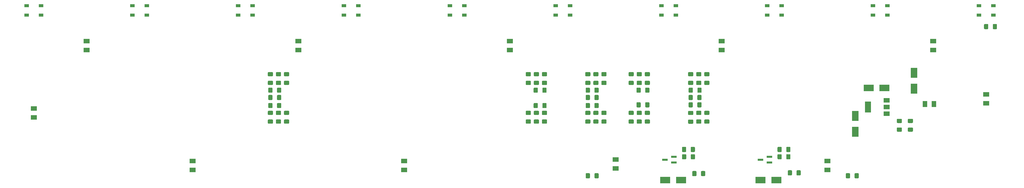
<source format=gbr>
%TF.GenerationSoftware,KiCad,Pcbnew,(5.1.6)-1*%
%TF.CreationDate,2021-09-29T15:37:12-07:00*%
%TF.ProjectId,NiCd Battery Shield - VP400KH,4e694364-2042-4617-9474-657279205368,1*%
%TF.SameCoordinates,Original*%
%TF.FileFunction,Paste,Top*%
%TF.FilePolarity,Positive*%
%FSLAX46Y46*%
G04 Gerber Fmt 4.6, Leading zero omitted, Abs format (unit mm)*
G04 Created by KiCad (PCBNEW (5.1.6)-1) date 2021-09-29 15:37:12*
%MOMM*%
%LPD*%
G01*
G04 APERTURE LIST*
%ADD10R,3.500000X2.300000*%
%ADD11R,1.500000X1.000000*%
%ADD12R,2.000000X1.520000*%
%ADD13R,1.520000X2.000000*%
%ADD14R,1.900000X0.800000*%
%ADD15R,2.300000X3.500000*%
%ADD16R,2.000000X3.800000*%
%ADD17R,2.000000X1.500000*%
G04 APERTURE END LIST*
D10*
%TO.C,D1*%
X342050000Y-154000000D03*
X347450000Y-154000000D03*
%TD*%
%TO.C,R47*%
G36*
G01*
X317512500Y-183625000D02*
X317512500Y-182375000D01*
G75*
G02*
X317762500Y-182125000I250000J0D01*
G01*
X318687500Y-182125000D01*
G75*
G02*
X318937500Y-182375000I0J-250000D01*
G01*
X318937500Y-183625000D01*
G75*
G02*
X318687500Y-183875000I-250000J0D01*
G01*
X317762500Y-183875000D01*
G75*
G02*
X317512500Y-183625000I0J250000D01*
G01*
G37*
G36*
G01*
X314537500Y-183625000D02*
X314537500Y-182375000D01*
G75*
G02*
X314787500Y-182125000I250000J0D01*
G01*
X315712500Y-182125000D01*
G75*
G02*
X315962500Y-182375000I0J-250000D01*
G01*
X315962500Y-183625000D01*
G75*
G02*
X315712500Y-183875000I-250000J0D01*
G01*
X314787500Y-183875000D01*
G75*
G02*
X314537500Y-183625000I0J250000D01*
G01*
G37*
%TD*%
%TO.C,C1*%
G36*
G01*
X283762500Y-157875000D02*
X283762500Y-156625000D01*
G75*
G02*
X284012500Y-156375000I250000J0D01*
G01*
X284937500Y-156375000D01*
G75*
G02*
X285187500Y-156625000I0J-250000D01*
G01*
X285187500Y-157875000D01*
G75*
G02*
X284937500Y-158125000I-250000J0D01*
G01*
X284012500Y-158125000D01*
G75*
G02*
X283762500Y-157875000I0J250000D01*
G01*
G37*
G36*
G01*
X280787500Y-157875000D02*
X280787500Y-156625000D01*
G75*
G02*
X281037500Y-156375000I250000J0D01*
G01*
X281962500Y-156375000D01*
G75*
G02*
X282212500Y-156625000I0J-250000D01*
G01*
X282212500Y-157875000D01*
G75*
G02*
X281962500Y-158125000I-250000J0D01*
G01*
X281037500Y-158125000D01*
G75*
G02*
X280787500Y-157875000I0J250000D01*
G01*
G37*
%TD*%
%TO.C,C2*%
G36*
G01*
X248762500Y-157875000D02*
X248762500Y-156625000D01*
G75*
G02*
X249012500Y-156375000I250000J0D01*
G01*
X249937500Y-156375000D01*
G75*
G02*
X250187500Y-156625000I0J-250000D01*
G01*
X250187500Y-157875000D01*
G75*
G02*
X249937500Y-158125000I-250000J0D01*
G01*
X249012500Y-158125000D01*
G75*
G02*
X248762500Y-157875000I0J250000D01*
G01*
G37*
G36*
G01*
X245787500Y-157875000D02*
X245787500Y-156625000D01*
G75*
G02*
X246037500Y-156375000I250000J0D01*
G01*
X246962500Y-156375000D01*
G75*
G02*
X247212500Y-156625000I0J-250000D01*
G01*
X247212500Y-157875000D01*
G75*
G02*
X246962500Y-158125000I-250000J0D01*
G01*
X246037500Y-158125000D01*
G75*
G02*
X245787500Y-157875000I0J250000D01*
G01*
G37*
%TD*%
%TO.C,C3*%
G36*
G01*
X140762500Y-157875000D02*
X140762500Y-156625000D01*
G75*
G02*
X141012500Y-156375000I250000J0D01*
G01*
X141937500Y-156375000D01*
G75*
G02*
X142187500Y-156625000I0J-250000D01*
G01*
X142187500Y-157875000D01*
G75*
G02*
X141937500Y-158125000I-250000J0D01*
G01*
X141012500Y-158125000D01*
G75*
G02*
X140762500Y-157875000I0J250000D01*
G01*
G37*
G36*
G01*
X137787500Y-157875000D02*
X137787500Y-156625000D01*
G75*
G02*
X138037500Y-156375000I250000J0D01*
G01*
X138962500Y-156375000D01*
G75*
G02*
X139212500Y-156625000I0J-250000D01*
G01*
X139212500Y-157875000D01*
G75*
G02*
X138962500Y-158125000I-250000J0D01*
G01*
X138037500Y-158125000D01*
G75*
G02*
X137787500Y-157875000I0J250000D01*
G01*
G37*
%TD*%
%TO.C,D6*%
X310650000Y-185500000D03*
X305250000Y-185500000D03*
%TD*%
D11*
%TO.C,D7*%
X379550000Y-125900000D03*
X379550000Y-129100000D03*
X384450000Y-125900000D03*
X384450000Y-129100000D03*
%TD*%
%TO.C,D8*%
X343550000Y-125900000D03*
X343550000Y-129100000D03*
X348450000Y-125900000D03*
X348450000Y-129100000D03*
%TD*%
%TO.C,D9*%
X307550000Y-125900000D03*
X307550000Y-129100000D03*
X312450000Y-125900000D03*
X312450000Y-129100000D03*
%TD*%
%TO.C,D10*%
X271550000Y-125900000D03*
X271550000Y-129100000D03*
X276450000Y-125900000D03*
X276450000Y-129100000D03*
%TD*%
%TO.C,D11*%
X235550000Y-125900000D03*
X235550000Y-129100000D03*
X240450000Y-125900000D03*
X240450000Y-129100000D03*
%TD*%
%TO.C,D12*%
X199550000Y-125900000D03*
X199550000Y-129100000D03*
X204450000Y-125900000D03*
X204450000Y-129100000D03*
%TD*%
%TO.C,D13*%
X163550000Y-125900000D03*
X163550000Y-129100000D03*
X168450000Y-125900000D03*
X168450000Y-129100000D03*
%TD*%
%TO.C,D14*%
X127550000Y-125900000D03*
X127550000Y-129100000D03*
X132450000Y-125900000D03*
X132450000Y-129100000D03*
%TD*%
%TO.C,D15*%
X91550000Y-125900000D03*
X91550000Y-129100000D03*
X96450000Y-125900000D03*
X96450000Y-129100000D03*
%TD*%
%TO.C,D16*%
X55550000Y-125900000D03*
X55550000Y-129100000D03*
X60450000Y-125900000D03*
X60450000Y-129100000D03*
%TD*%
D12*
%TO.C,F1*%
X382000000Y-156210000D03*
X382000000Y-159250000D03*
%TD*%
%TO.C,F2*%
X364000000Y-141040000D03*
X364000000Y-138000000D03*
%TD*%
%TO.C,F3*%
X328000000Y-178960000D03*
X328000000Y-182000000D03*
%TD*%
%TO.C,F4*%
X292000000Y-141040000D03*
X292000000Y-138000000D03*
%TD*%
%TO.C,F5*%
X256000000Y-178460000D03*
X256000000Y-181500000D03*
%TD*%
D13*
%TO.C,F12*%
X364270000Y-159500000D03*
X361230000Y-159500000D03*
%TD*%
D14*
%TO.C,Q1*%
X305250000Y-178500000D03*
X308250000Y-177550000D03*
X308250000Y-179450000D03*
%TD*%
%TO.C,R1*%
G36*
G01*
X283762500Y-160375000D02*
X283762500Y-159125000D01*
G75*
G02*
X284012500Y-158875000I250000J0D01*
G01*
X284937500Y-158875000D01*
G75*
G02*
X285187500Y-159125000I0J-250000D01*
G01*
X285187500Y-160375000D01*
G75*
G02*
X284937500Y-160625000I-250000J0D01*
G01*
X284012500Y-160625000D01*
G75*
G02*
X283762500Y-160375000I0J250000D01*
G01*
G37*
G36*
G01*
X280787500Y-160375000D02*
X280787500Y-159125000D01*
G75*
G02*
X281037500Y-158875000I250000J0D01*
G01*
X281962500Y-158875000D01*
G75*
G02*
X282212500Y-159125000I0J-250000D01*
G01*
X282212500Y-160375000D01*
G75*
G02*
X281962500Y-160625000I-250000J0D01*
G01*
X281037500Y-160625000D01*
G75*
G02*
X280787500Y-160375000I0J250000D01*
G01*
G37*
%TD*%
%TO.C,R2*%
G36*
G01*
X287625000Y-163212500D02*
X286375000Y-163212500D01*
G75*
G02*
X286125000Y-162962500I0J250000D01*
G01*
X286125000Y-162037500D01*
G75*
G02*
X286375000Y-161787500I250000J0D01*
G01*
X287625000Y-161787500D01*
G75*
G02*
X287875000Y-162037500I0J-250000D01*
G01*
X287875000Y-162962500D01*
G75*
G02*
X287625000Y-163212500I-250000J0D01*
G01*
G37*
G36*
G01*
X287625000Y-166187500D02*
X286375000Y-166187500D01*
G75*
G02*
X286125000Y-165937500I0J250000D01*
G01*
X286125000Y-165012500D01*
G75*
G02*
X286375000Y-164762500I250000J0D01*
G01*
X287625000Y-164762500D01*
G75*
G02*
X287875000Y-165012500I0J-250000D01*
G01*
X287875000Y-165937500D01*
G75*
G02*
X287625000Y-166187500I-250000J0D01*
G01*
G37*
%TD*%
%TO.C,R3*%
G36*
G01*
X284875000Y-163212500D02*
X283625000Y-163212500D01*
G75*
G02*
X283375000Y-162962500I0J250000D01*
G01*
X283375000Y-162037500D01*
G75*
G02*
X283625000Y-161787500I250000J0D01*
G01*
X284875000Y-161787500D01*
G75*
G02*
X285125000Y-162037500I0J-250000D01*
G01*
X285125000Y-162962500D01*
G75*
G02*
X284875000Y-163212500I-250000J0D01*
G01*
G37*
G36*
G01*
X284875000Y-166187500D02*
X283625000Y-166187500D01*
G75*
G02*
X283375000Y-165937500I0J250000D01*
G01*
X283375000Y-165012500D01*
G75*
G02*
X283625000Y-164762500I250000J0D01*
G01*
X284875000Y-164762500D01*
G75*
G02*
X285125000Y-165012500I0J-250000D01*
G01*
X285125000Y-165937500D01*
G75*
G02*
X284875000Y-166187500I-250000J0D01*
G01*
G37*
%TD*%
%TO.C,R4*%
G36*
G01*
X280875000Y-164787500D02*
X282125000Y-164787500D01*
G75*
G02*
X282375000Y-165037500I0J-250000D01*
G01*
X282375000Y-165962500D01*
G75*
G02*
X282125000Y-166212500I-250000J0D01*
G01*
X280875000Y-166212500D01*
G75*
G02*
X280625000Y-165962500I0J250000D01*
G01*
X280625000Y-165037500D01*
G75*
G02*
X280875000Y-164787500I250000J0D01*
G01*
G37*
G36*
G01*
X280875000Y-161812500D02*
X282125000Y-161812500D01*
G75*
G02*
X282375000Y-162062500I0J-250000D01*
G01*
X282375000Y-162987500D01*
G75*
G02*
X282125000Y-163237500I-250000J0D01*
G01*
X280875000Y-163237500D01*
G75*
G02*
X280625000Y-162987500I0J250000D01*
G01*
X280625000Y-162062500D01*
G75*
G02*
X280875000Y-161812500I250000J0D01*
G01*
G37*
%TD*%
%TO.C,R5*%
G36*
G01*
X283787500Y-155375000D02*
X283787500Y-154125000D01*
G75*
G02*
X284037500Y-153875000I250000J0D01*
G01*
X284962500Y-153875000D01*
G75*
G02*
X285212500Y-154125000I0J-250000D01*
G01*
X285212500Y-155375000D01*
G75*
G02*
X284962500Y-155625000I-250000J0D01*
G01*
X284037500Y-155625000D01*
G75*
G02*
X283787500Y-155375000I0J250000D01*
G01*
G37*
G36*
G01*
X280812500Y-155375000D02*
X280812500Y-154125000D01*
G75*
G02*
X281062500Y-153875000I250000J0D01*
G01*
X281987500Y-153875000D01*
G75*
G02*
X282237500Y-154125000I0J-250000D01*
G01*
X282237500Y-155375000D01*
G75*
G02*
X281987500Y-155625000I-250000J0D01*
G01*
X281062500Y-155625000D01*
G75*
G02*
X280812500Y-155375000I0J250000D01*
G01*
G37*
%TD*%
%TO.C,R6*%
G36*
G01*
X286375000Y-151537500D02*
X287625000Y-151537500D01*
G75*
G02*
X287875000Y-151787500I0J-250000D01*
G01*
X287875000Y-152712500D01*
G75*
G02*
X287625000Y-152962500I-250000J0D01*
G01*
X286375000Y-152962500D01*
G75*
G02*
X286125000Y-152712500I0J250000D01*
G01*
X286125000Y-151787500D01*
G75*
G02*
X286375000Y-151537500I250000J0D01*
G01*
G37*
G36*
G01*
X286375000Y-148562500D02*
X287625000Y-148562500D01*
G75*
G02*
X287875000Y-148812500I0J-250000D01*
G01*
X287875000Y-149737500D01*
G75*
G02*
X287625000Y-149987500I-250000J0D01*
G01*
X286375000Y-149987500D01*
G75*
G02*
X286125000Y-149737500I0J250000D01*
G01*
X286125000Y-148812500D01*
G75*
G02*
X286375000Y-148562500I250000J0D01*
G01*
G37*
%TD*%
%TO.C,R7*%
G36*
G01*
X283625000Y-151537500D02*
X284875000Y-151537500D01*
G75*
G02*
X285125000Y-151787500I0J-250000D01*
G01*
X285125000Y-152712500D01*
G75*
G02*
X284875000Y-152962500I-250000J0D01*
G01*
X283625000Y-152962500D01*
G75*
G02*
X283375000Y-152712500I0J250000D01*
G01*
X283375000Y-151787500D01*
G75*
G02*
X283625000Y-151537500I250000J0D01*
G01*
G37*
G36*
G01*
X283625000Y-148562500D02*
X284875000Y-148562500D01*
G75*
G02*
X285125000Y-148812500I0J-250000D01*
G01*
X285125000Y-149737500D01*
G75*
G02*
X284875000Y-149987500I-250000J0D01*
G01*
X283625000Y-149987500D01*
G75*
G02*
X283375000Y-149737500I0J250000D01*
G01*
X283375000Y-148812500D01*
G75*
G02*
X283625000Y-148562500I250000J0D01*
G01*
G37*
%TD*%
%TO.C,R8*%
G36*
G01*
X282125000Y-149987500D02*
X280875000Y-149987500D01*
G75*
G02*
X280625000Y-149737500I0J250000D01*
G01*
X280625000Y-148812500D01*
G75*
G02*
X280875000Y-148562500I250000J0D01*
G01*
X282125000Y-148562500D01*
G75*
G02*
X282375000Y-148812500I0J-250000D01*
G01*
X282375000Y-149737500D01*
G75*
G02*
X282125000Y-149987500I-250000J0D01*
G01*
G37*
G36*
G01*
X282125000Y-152962500D02*
X280875000Y-152962500D01*
G75*
G02*
X280625000Y-152712500I0J250000D01*
G01*
X280625000Y-151787500D01*
G75*
G02*
X280875000Y-151537500I250000J0D01*
G01*
X282125000Y-151537500D01*
G75*
G02*
X282375000Y-151787500I0J-250000D01*
G01*
X282375000Y-152712500D01*
G75*
G02*
X282125000Y-152962500I-250000J0D01*
G01*
G37*
%TD*%
%TO.C,R9*%
G36*
G01*
X264487500Y-154125000D02*
X264487500Y-155375000D01*
G75*
G02*
X264237500Y-155625000I-250000J0D01*
G01*
X263312500Y-155625000D01*
G75*
G02*
X263062500Y-155375000I0J250000D01*
G01*
X263062500Y-154125000D01*
G75*
G02*
X263312500Y-153875000I250000J0D01*
G01*
X264237500Y-153875000D01*
G75*
G02*
X264487500Y-154125000I0J-250000D01*
G01*
G37*
G36*
G01*
X267462500Y-154125000D02*
X267462500Y-155375000D01*
G75*
G02*
X267212500Y-155625000I-250000J0D01*
G01*
X266287500Y-155625000D01*
G75*
G02*
X266037500Y-155375000I0J250000D01*
G01*
X266037500Y-154125000D01*
G75*
G02*
X266287500Y-153875000I250000J0D01*
G01*
X267212500Y-153875000D01*
G75*
G02*
X267462500Y-154125000I0J-250000D01*
G01*
G37*
%TD*%
%TO.C,R10*%
G36*
G01*
X260625000Y-151537500D02*
X261875000Y-151537500D01*
G75*
G02*
X262125000Y-151787500I0J-250000D01*
G01*
X262125000Y-152712500D01*
G75*
G02*
X261875000Y-152962500I-250000J0D01*
G01*
X260625000Y-152962500D01*
G75*
G02*
X260375000Y-152712500I0J250000D01*
G01*
X260375000Y-151787500D01*
G75*
G02*
X260625000Y-151537500I250000J0D01*
G01*
G37*
G36*
G01*
X260625000Y-148562500D02*
X261875000Y-148562500D01*
G75*
G02*
X262125000Y-148812500I0J-250000D01*
G01*
X262125000Y-149737500D01*
G75*
G02*
X261875000Y-149987500I-250000J0D01*
G01*
X260625000Y-149987500D01*
G75*
G02*
X260375000Y-149737500I0J250000D01*
G01*
X260375000Y-148812500D01*
G75*
G02*
X260625000Y-148562500I250000J0D01*
G01*
G37*
%TD*%
%TO.C,R11*%
G36*
G01*
X263375000Y-151537500D02*
X264625000Y-151537500D01*
G75*
G02*
X264875000Y-151787500I0J-250000D01*
G01*
X264875000Y-152712500D01*
G75*
G02*
X264625000Y-152962500I-250000J0D01*
G01*
X263375000Y-152962500D01*
G75*
G02*
X263125000Y-152712500I0J250000D01*
G01*
X263125000Y-151787500D01*
G75*
G02*
X263375000Y-151537500I250000J0D01*
G01*
G37*
G36*
G01*
X263375000Y-148562500D02*
X264625000Y-148562500D01*
G75*
G02*
X264875000Y-148812500I0J-250000D01*
G01*
X264875000Y-149737500D01*
G75*
G02*
X264625000Y-149987500I-250000J0D01*
G01*
X263375000Y-149987500D01*
G75*
G02*
X263125000Y-149737500I0J250000D01*
G01*
X263125000Y-148812500D01*
G75*
G02*
X263375000Y-148562500I250000J0D01*
G01*
G37*
%TD*%
%TO.C,R12*%
G36*
G01*
X267375000Y-149987500D02*
X266125000Y-149987500D01*
G75*
G02*
X265875000Y-149737500I0J250000D01*
G01*
X265875000Y-148812500D01*
G75*
G02*
X266125000Y-148562500I250000J0D01*
G01*
X267375000Y-148562500D01*
G75*
G02*
X267625000Y-148812500I0J-250000D01*
G01*
X267625000Y-149737500D01*
G75*
G02*
X267375000Y-149987500I-250000J0D01*
G01*
G37*
G36*
G01*
X267375000Y-152962500D02*
X266125000Y-152962500D01*
G75*
G02*
X265875000Y-152712500I0J250000D01*
G01*
X265875000Y-151787500D01*
G75*
G02*
X266125000Y-151537500I250000J0D01*
G01*
X267375000Y-151537500D01*
G75*
G02*
X267625000Y-151787500I0J-250000D01*
G01*
X267625000Y-152712500D01*
G75*
G02*
X267375000Y-152962500I-250000J0D01*
G01*
G37*
%TD*%
%TO.C,R13*%
G36*
G01*
X264487500Y-159125000D02*
X264487500Y-160375000D01*
G75*
G02*
X264237500Y-160625000I-250000J0D01*
G01*
X263312500Y-160625000D01*
G75*
G02*
X263062500Y-160375000I0J250000D01*
G01*
X263062500Y-159125000D01*
G75*
G02*
X263312500Y-158875000I250000J0D01*
G01*
X264237500Y-158875000D01*
G75*
G02*
X264487500Y-159125000I0J-250000D01*
G01*
G37*
G36*
G01*
X267462500Y-159125000D02*
X267462500Y-160375000D01*
G75*
G02*
X267212500Y-160625000I-250000J0D01*
G01*
X266287500Y-160625000D01*
G75*
G02*
X266037500Y-160375000I0J250000D01*
G01*
X266037500Y-159125000D01*
G75*
G02*
X266287500Y-158875000I250000J0D01*
G01*
X267212500Y-158875000D01*
G75*
G02*
X267462500Y-159125000I0J-250000D01*
G01*
G37*
%TD*%
%TO.C,R14*%
G36*
G01*
X261875000Y-163212500D02*
X260625000Y-163212500D01*
G75*
G02*
X260375000Y-162962500I0J250000D01*
G01*
X260375000Y-162037500D01*
G75*
G02*
X260625000Y-161787500I250000J0D01*
G01*
X261875000Y-161787500D01*
G75*
G02*
X262125000Y-162037500I0J-250000D01*
G01*
X262125000Y-162962500D01*
G75*
G02*
X261875000Y-163212500I-250000J0D01*
G01*
G37*
G36*
G01*
X261875000Y-166187500D02*
X260625000Y-166187500D01*
G75*
G02*
X260375000Y-165937500I0J250000D01*
G01*
X260375000Y-165012500D01*
G75*
G02*
X260625000Y-164762500I250000J0D01*
G01*
X261875000Y-164762500D01*
G75*
G02*
X262125000Y-165012500I0J-250000D01*
G01*
X262125000Y-165937500D01*
G75*
G02*
X261875000Y-166187500I-250000J0D01*
G01*
G37*
%TD*%
%TO.C,R15*%
G36*
G01*
X264625000Y-163212500D02*
X263375000Y-163212500D01*
G75*
G02*
X263125000Y-162962500I0J250000D01*
G01*
X263125000Y-162037500D01*
G75*
G02*
X263375000Y-161787500I250000J0D01*
G01*
X264625000Y-161787500D01*
G75*
G02*
X264875000Y-162037500I0J-250000D01*
G01*
X264875000Y-162962500D01*
G75*
G02*
X264625000Y-163212500I-250000J0D01*
G01*
G37*
G36*
G01*
X264625000Y-166187500D02*
X263375000Y-166187500D01*
G75*
G02*
X263125000Y-165937500I0J250000D01*
G01*
X263125000Y-165012500D01*
G75*
G02*
X263375000Y-164762500I250000J0D01*
G01*
X264625000Y-164762500D01*
G75*
G02*
X264875000Y-165012500I0J-250000D01*
G01*
X264875000Y-165937500D01*
G75*
G02*
X264625000Y-166187500I-250000J0D01*
G01*
G37*
%TD*%
%TO.C,R16*%
G36*
G01*
X266125000Y-164762500D02*
X267375000Y-164762500D01*
G75*
G02*
X267625000Y-165012500I0J-250000D01*
G01*
X267625000Y-165937500D01*
G75*
G02*
X267375000Y-166187500I-250000J0D01*
G01*
X266125000Y-166187500D01*
G75*
G02*
X265875000Y-165937500I0J250000D01*
G01*
X265875000Y-165012500D01*
G75*
G02*
X266125000Y-164762500I250000J0D01*
G01*
G37*
G36*
G01*
X266125000Y-161787500D02*
X267375000Y-161787500D01*
G75*
G02*
X267625000Y-162037500I0J-250000D01*
G01*
X267625000Y-162962500D01*
G75*
G02*
X267375000Y-163212500I-250000J0D01*
G01*
X266125000Y-163212500D01*
G75*
G02*
X265875000Y-162962500I0J250000D01*
G01*
X265875000Y-162037500D01*
G75*
G02*
X266125000Y-161787500I250000J0D01*
G01*
G37*
%TD*%
%TO.C,R17*%
G36*
G01*
X248762500Y-160625000D02*
X248762500Y-159375000D01*
G75*
G02*
X249012500Y-159125000I250000J0D01*
G01*
X249937500Y-159125000D01*
G75*
G02*
X250187500Y-159375000I0J-250000D01*
G01*
X250187500Y-160625000D01*
G75*
G02*
X249937500Y-160875000I-250000J0D01*
G01*
X249012500Y-160875000D01*
G75*
G02*
X248762500Y-160625000I0J250000D01*
G01*
G37*
G36*
G01*
X245787500Y-160625000D02*
X245787500Y-159375000D01*
G75*
G02*
X246037500Y-159125000I250000J0D01*
G01*
X246962500Y-159125000D01*
G75*
G02*
X247212500Y-159375000I0J-250000D01*
G01*
X247212500Y-160625000D01*
G75*
G02*
X246962500Y-160875000I-250000J0D01*
G01*
X246037500Y-160875000D01*
G75*
G02*
X245787500Y-160625000I0J250000D01*
G01*
G37*
%TD*%
%TO.C,R18*%
G36*
G01*
X252625000Y-163212500D02*
X251375000Y-163212500D01*
G75*
G02*
X251125000Y-162962500I0J250000D01*
G01*
X251125000Y-162037500D01*
G75*
G02*
X251375000Y-161787500I250000J0D01*
G01*
X252625000Y-161787500D01*
G75*
G02*
X252875000Y-162037500I0J-250000D01*
G01*
X252875000Y-162962500D01*
G75*
G02*
X252625000Y-163212500I-250000J0D01*
G01*
G37*
G36*
G01*
X252625000Y-166187500D02*
X251375000Y-166187500D01*
G75*
G02*
X251125000Y-165937500I0J250000D01*
G01*
X251125000Y-165012500D01*
G75*
G02*
X251375000Y-164762500I250000J0D01*
G01*
X252625000Y-164762500D01*
G75*
G02*
X252875000Y-165012500I0J-250000D01*
G01*
X252875000Y-165937500D01*
G75*
G02*
X252625000Y-166187500I-250000J0D01*
G01*
G37*
%TD*%
%TO.C,R19*%
G36*
G01*
X249875000Y-163212500D02*
X248625000Y-163212500D01*
G75*
G02*
X248375000Y-162962500I0J250000D01*
G01*
X248375000Y-162037500D01*
G75*
G02*
X248625000Y-161787500I250000J0D01*
G01*
X249875000Y-161787500D01*
G75*
G02*
X250125000Y-162037500I0J-250000D01*
G01*
X250125000Y-162962500D01*
G75*
G02*
X249875000Y-163212500I-250000J0D01*
G01*
G37*
G36*
G01*
X249875000Y-166187500D02*
X248625000Y-166187500D01*
G75*
G02*
X248375000Y-165937500I0J250000D01*
G01*
X248375000Y-165012500D01*
G75*
G02*
X248625000Y-164762500I250000J0D01*
G01*
X249875000Y-164762500D01*
G75*
G02*
X250125000Y-165012500I0J-250000D01*
G01*
X250125000Y-165937500D01*
G75*
G02*
X249875000Y-166187500I-250000J0D01*
G01*
G37*
%TD*%
%TO.C,R20*%
G36*
G01*
X245875000Y-164762500D02*
X247125000Y-164762500D01*
G75*
G02*
X247375000Y-165012500I0J-250000D01*
G01*
X247375000Y-165937500D01*
G75*
G02*
X247125000Y-166187500I-250000J0D01*
G01*
X245875000Y-166187500D01*
G75*
G02*
X245625000Y-165937500I0J250000D01*
G01*
X245625000Y-165012500D01*
G75*
G02*
X245875000Y-164762500I250000J0D01*
G01*
G37*
G36*
G01*
X245875000Y-161787500D02*
X247125000Y-161787500D01*
G75*
G02*
X247375000Y-162037500I0J-250000D01*
G01*
X247375000Y-162962500D01*
G75*
G02*
X247125000Y-163212500I-250000J0D01*
G01*
X245875000Y-163212500D01*
G75*
G02*
X245625000Y-162962500I0J250000D01*
G01*
X245625000Y-162037500D01*
G75*
G02*
X245875000Y-161787500I250000J0D01*
G01*
G37*
%TD*%
%TO.C,R21*%
G36*
G01*
X248762500Y-155375000D02*
X248762500Y-154125000D01*
G75*
G02*
X249012500Y-153875000I250000J0D01*
G01*
X249937500Y-153875000D01*
G75*
G02*
X250187500Y-154125000I0J-250000D01*
G01*
X250187500Y-155375000D01*
G75*
G02*
X249937500Y-155625000I-250000J0D01*
G01*
X249012500Y-155625000D01*
G75*
G02*
X248762500Y-155375000I0J250000D01*
G01*
G37*
G36*
G01*
X245787500Y-155375000D02*
X245787500Y-154125000D01*
G75*
G02*
X246037500Y-153875000I250000J0D01*
G01*
X246962500Y-153875000D01*
G75*
G02*
X247212500Y-154125000I0J-250000D01*
G01*
X247212500Y-155375000D01*
G75*
G02*
X246962500Y-155625000I-250000J0D01*
G01*
X246037500Y-155625000D01*
G75*
G02*
X245787500Y-155375000I0J250000D01*
G01*
G37*
%TD*%
%TO.C,R22*%
G36*
G01*
X251375000Y-151537500D02*
X252625000Y-151537500D01*
G75*
G02*
X252875000Y-151787500I0J-250000D01*
G01*
X252875000Y-152712500D01*
G75*
G02*
X252625000Y-152962500I-250000J0D01*
G01*
X251375000Y-152962500D01*
G75*
G02*
X251125000Y-152712500I0J250000D01*
G01*
X251125000Y-151787500D01*
G75*
G02*
X251375000Y-151537500I250000J0D01*
G01*
G37*
G36*
G01*
X251375000Y-148562500D02*
X252625000Y-148562500D01*
G75*
G02*
X252875000Y-148812500I0J-250000D01*
G01*
X252875000Y-149737500D01*
G75*
G02*
X252625000Y-149987500I-250000J0D01*
G01*
X251375000Y-149987500D01*
G75*
G02*
X251125000Y-149737500I0J250000D01*
G01*
X251125000Y-148812500D01*
G75*
G02*
X251375000Y-148562500I250000J0D01*
G01*
G37*
%TD*%
%TO.C,R23*%
G36*
G01*
X248625000Y-151537500D02*
X249875000Y-151537500D01*
G75*
G02*
X250125000Y-151787500I0J-250000D01*
G01*
X250125000Y-152712500D01*
G75*
G02*
X249875000Y-152962500I-250000J0D01*
G01*
X248625000Y-152962500D01*
G75*
G02*
X248375000Y-152712500I0J250000D01*
G01*
X248375000Y-151787500D01*
G75*
G02*
X248625000Y-151537500I250000J0D01*
G01*
G37*
G36*
G01*
X248625000Y-148562500D02*
X249875000Y-148562500D01*
G75*
G02*
X250125000Y-148812500I0J-250000D01*
G01*
X250125000Y-149737500D01*
G75*
G02*
X249875000Y-149987500I-250000J0D01*
G01*
X248625000Y-149987500D01*
G75*
G02*
X248375000Y-149737500I0J250000D01*
G01*
X248375000Y-148812500D01*
G75*
G02*
X248625000Y-148562500I250000J0D01*
G01*
G37*
%TD*%
%TO.C,R24*%
G36*
G01*
X247125000Y-149987500D02*
X245875000Y-149987500D01*
G75*
G02*
X245625000Y-149737500I0J250000D01*
G01*
X245625000Y-148812500D01*
G75*
G02*
X245875000Y-148562500I250000J0D01*
G01*
X247125000Y-148562500D01*
G75*
G02*
X247375000Y-148812500I0J-250000D01*
G01*
X247375000Y-149737500D01*
G75*
G02*
X247125000Y-149987500I-250000J0D01*
G01*
G37*
G36*
G01*
X247125000Y-152962500D02*
X245875000Y-152962500D01*
G75*
G02*
X245625000Y-152712500I0J250000D01*
G01*
X245625000Y-151787500D01*
G75*
G02*
X245875000Y-151537500I250000J0D01*
G01*
X247125000Y-151537500D01*
G75*
G02*
X247375000Y-151787500I0J-250000D01*
G01*
X247375000Y-152712500D01*
G75*
G02*
X247125000Y-152962500I-250000J0D01*
G01*
G37*
%TD*%
%TO.C,R25*%
G36*
G01*
X229487500Y-154125000D02*
X229487500Y-155375000D01*
G75*
G02*
X229237500Y-155625000I-250000J0D01*
G01*
X228312500Y-155625000D01*
G75*
G02*
X228062500Y-155375000I0J250000D01*
G01*
X228062500Y-154125000D01*
G75*
G02*
X228312500Y-153875000I250000J0D01*
G01*
X229237500Y-153875000D01*
G75*
G02*
X229487500Y-154125000I0J-250000D01*
G01*
G37*
G36*
G01*
X232462500Y-154125000D02*
X232462500Y-155375000D01*
G75*
G02*
X232212500Y-155625000I-250000J0D01*
G01*
X231287500Y-155625000D01*
G75*
G02*
X231037500Y-155375000I0J250000D01*
G01*
X231037500Y-154125000D01*
G75*
G02*
X231287500Y-153875000I250000J0D01*
G01*
X232212500Y-153875000D01*
G75*
G02*
X232462500Y-154125000I0J-250000D01*
G01*
G37*
%TD*%
%TO.C,R26*%
G36*
G01*
X225625000Y-151537500D02*
X226875000Y-151537500D01*
G75*
G02*
X227125000Y-151787500I0J-250000D01*
G01*
X227125000Y-152712500D01*
G75*
G02*
X226875000Y-152962500I-250000J0D01*
G01*
X225625000Y-152962500D01*
G75*
G02*
X225375000Y-152712500I0J250000D01*
G01*
X225375000Y-151787500D01*
G75*
G02*
X225625000Y-151537500I250000J0D01*
G01*
G37*
G36*
G01*
X225625000Y-148562500D02*
X226875000Y-148562500D01*
G75*
G02*
X227125000Y-148812500I0J-250000D01*
G01*
X227125000Y-149737500D01*
G75*
G02*
X226875000Y-149987500I-250000J0D01*
G01*
X225625000Y-149987500D01*
G75*
G02*
X225375000Y-149737500I0J250000D01*
G01*
X225375000Y-148812500D01*
G75*
G02*
X225625000Y-148562500I250000J0D01*
G01*
G37*
%TD*%
%TO.C,R27*%
G36*
G01*
X228375000Y-151537500D02*
X229625000Y-151537500D01*
G75*
G02*
X229875000Y-151787500I0J-250000D01*
G01*
X229875000Y-152712500D01*
G75*
G02*
X229625000Y-152962500I-250000J0D01*
G01*
X228375000Y-152962500D01*
G75*
G02*
X228125000Y-152712500I0J250000D01*
G01*
X228125000Y-151787500D01*
G75*
G02*
X228375000Y-151537500I250000J0D01*
G01*
G37*
G36*
G01*
X228375000Y-148562500D02*
X229625000Y-148562500D01*
G75*
G02*
X229875000Y-148812500I0J-250000D01*
G01*
X229875000Y-149737500D01*
G75*
G02*
X229625000Y-149987500I-250000J0D01*
G01*
X228375000Y-149987500D01*
G75*
G02*
X228125000Y-149737500I0J250000D01*
G01*
X228125000Y-148812500D01*
G75*
G02*
X228375000Y-148562500I250000J0D01*
G01*
G37*
%TD*%
%TO.C,R28*%
G36*
G01*
X232375000Y-149987500D02*
X231125000Y-149987500D01*
G75*
G02*
X230875000Y-149737500I0J250000D01*
G01*
X230875000Y-148812500D01*
G75*
G02*
X231125000Y-148562500I250000J0D01*
G01*
X232375000Y-148562500D01*
G75*
G02*
X232625000Y-148812500I0J-250000D01*
G01*
X232625000Y-149737500D01*
G75*
G02*
X232375000Y-149987500I-250000J0D01*
G01*
G37*
G36*
G01*
X232375000Y-152962500D02*
X231125000Y-152962500D01*
G75*
G02*
X230875000Y-152712500I0J250000D01*
G01*
X230875000Y-151787500D01*
G75*
G02*
X231125000Y-151537500I250000J0D01*
G01*
X232375000Y-151537500D01*
G75*
G02*
X232625000Y-151787500I0J-250000D01*
G01*
X232625000Y-152712500D01*
G75*
G02*
X232375000Y-152962500I-250000J0D01*
G01*
G37*
%TD*%
%TO.C,R29*%
G36*
G01*
X229487500Y-159375000D02*
X229487500Y-160625000D01*
G75*
G02*
X229237500Y-160875000I-250000J0D01*
G01*
X228312500Y-160875000D01*
G75*
G02*
X228062500Y-160625000I0J250000D01*
G01*
X228062500Y-159375000D01*
G75*
G02*
X228312500Y-159125000I250000J0D01*
G01*
X229237500Y-159125000D01*
G75*
G02*
X229487500Y-159375000I0J-250000D01*
G01*
G37*
G36*
G01*
X232462500Y-159375000D02*
X232462500Y-160625000D01*
G75*
G02*
X232212500Y-160875000I-250000J0D01*
G01*
X231287500Y-160875000D01*
G75*
G02*
X231037500Y-160625000I0J250000D01*
G01*
X231037500Y-159375000D01*
G75*
G02*
X231287500Y-159125000I250000J0D01*
G01*
X232212500Y-159125000D01*
G75*
G02*
X232462500Y-159375000I0J-250000D01*
G01*
G37*
%TD*%
%TO.C,R30*%
G36*
G01*
X226875000Y-163212500D02*
X225625000Y-163212500D01*
G75*
G02*
X225375000Y-162962500I0J250000D01*
G01*
X225375000Y-162037500D01*
G75*
G02*
X225625000Y-161787500I250000J0D01*
G01*
X226875000Y-161787500D01*
G75*
G02*
X227125000Y-162037500I0J-250000D01*
G01*
X227125000Y-162962500D01*
G75*
G02*
X226875000Y-163212500I-250000J0D01*
G01*
G37*
G36*
G01*
X226875000Y-166187500D02*
X225625000Y-166187500D01*
G75*
G02*
X225375000Y-165937500I0J250000D01*
G01*
X225375000Y-165012500D01*
G75*
G02*
X225625000Y-164762500I250000J0D01*
G01*
X226875000Y-164762500D01*
G75*
G02*
X227125000Y-165012500I0J-250000D01*
G01*
X227125000Y-165937500D01*
G75*
G02*
X226875000Y-166187500I-250000J0D01*
G01*
G37*
%TD*%
%TO.C,R31*%
G36*
G01*
X229625000Y-163212500D02*
X228375000Y-163212500D01*
G75*
G02*
X228125000Y-162962500I0J250000D01*
G01*
X228125000Y-162037500D01*
G75*
G02*
X228375000Y-161787500I250000J0D01*
G01*
X229625000Y-161787500D01*
G75*
G02*
X229875000Y-162037500I0J-250000D01*
G01*
X229875000Y-162962500D01*
G75*
G02*
X229625000Y-163212500I-250000J0D01*
G01*
G37*
G36*
G01*
X229625000Y-166187500D02*
X228375000Y-166187500D01*
G75*
G02*
X228125000Y-165937500I0J250000D01*
G01*
X228125000Y-165012500D01*
G75*
G02*
X228375000Y-164762500I250000J0D01*
G01*
X229625000Y-164762500D01*
G75*
G02*
X229875000Y-165012500I0J-250000D01*
G01*
X229875000Y-165937500D01*
G75*
G02*
X229625000Y-166187500I-250000J0D01*
G01*
G37*
%TD*%
%TO.C,R32*%
G36*
G01*
X231125000Y-164762500D02*
X232375000Y-164762500D01*
G75*
G02*
X232625000Y-165012500I0J-250000D01*
G01*
X232625000Y-165937500D01*
G75*
G02*
X232375000Y-166187500I-250000J0D01*
G01*
X231125000Y-166187500D01*
G75*
G02*
X230875000Y-165937500I0J250000D01*
G01*
X230875000Y-165012500D01*
G75*
G02*
X231125000Y-164762500I250000J0D01*
G01*
G37*
G36*
G01*
X231125000Y-161787500D02*
X232375000Y-161787500D01*
G75*
G02*
X232625000Y-162037500I0J-250000D01*
G01*
X232625000Y-162962500D01*
G75*
G02*
X232375000Y-163212500I-250000J0D01*
G01*
X231125000Y-163212500D01*
G75*
G02*
X230875000Y-162962500I0J250000D01*
G01*
X230875000Y-162037500D01*
G75*
G02*
X231125000Y-161787500I250000J0D01*
G01*
G37*
%TD*%
%TO.C,R33*%
G36*
G01*
X140762500Y-160625000D02*
X140762500Y-159375000D01*
G75*
G02*
X141012500Y-159125000I250000J0D01*
G01*
X141937500Y-159125000D01*
G75*
G02*
X142187500Y-159375000I0J-250000D01*
G01*
X142187500Y-160625000D01*
G75*
G02*
X141937500Y-160875000I-250000J0D01*
G01*
X141012500Y-160875000D01*
G75*
G02*
X140762500Y-160625000I0J250000D01*
G01*
G37*
G36*
G01*
X137787500Y-160625000D02*
X137787500Y-159375000D01*
G75*
G02*
X138037500Y-159125000I250000J0D01*
G01*
X138962500Y-159125000D01*
G75*
G02*
X139212500Y-159375000I0J-250000D01*
G01*
X139212500Y-160625000D01*
G75*
G02*
X138962500Y-160875000I-250000J0D01*
G01*
X138037500Y-160875000D01*
G75*
G02*
X137787500Y-160625000I0J250000D01*
G01*
G37*
%TD*%
%TO.C,R34*%
G36*
G01*
X144625000Y-163212500D02*
X143375000Y-163212500D01*
G75*
G02*
X143125000Y-162962500I0J250000D01*
G01*
X143125000Y-162037500D01*
G75*
G02*
X143375000Y-161787500I250000J0D01*
G01*
X144625000Y-161787500D01*
G75*
G02*
X144875000Y-162037500I0J-250000D01*
G01*
X144875000Y-162962500D01*
G75*
G02*
X144625000Y-163212500I-250000J0D01*
G01*
G37*
G36*
G01*
X144625000Y-166187500D02*
X143375000Y-166187500D01*
G75*
G02*
X143125000Y-165937500I0J250000D01*
G01*
X143125000Y-165012500D01*
G75*
G02*
X143375000Y-164762500I250000J0D01*
G01*
X144625000Y-164762500D01*
G75*
G02*
X144875000Y-165012500I0J-250000D01*
G01*
X144875000Y-165937500D01*
G75*
G02*
X144625000Y-166187500I-250000J0D01*
G01*
G37*
%TD*%
%TO.C,R35*%
G36*
G01*
X141875000Y-163212500D02*
X140625000Y-163212500D01*
G75*
G02*
X140375000Y-162962500I0J250000D01*
G01*
X140375000Y-162037500D01*
G75*
G02*
X140625000Y-161787500I250000J0D01*
G01*
X141875000Y-161787500D01*
G75*
G02*
X142125000Y-162037500I0J-250000D01*
G01*
X142125000Y-162962500D01*
G75*
G02*
X141875000Y-163212500I-250000J0D01*
G01*
G37*
G36*
G01*
X141875000Y-166187500D02*
X140625000Y-166187500D01*
G75*
G02*
X140375000Y-165937500I0J250000D01*
G01*
X140375000Y-165012500D01*
G75*
G02*
X140625000Y-164762500I250000J0D01*
G01*
X141875000Y-164762500D01*
G75*
G02*
X142125000Y-165012500I0J-250000D01*
G01*
X142125000Y-165937500D01*
G75*
G02*
X141875000Y-166187500I-250000J0D01*
G01*
G37*
%TD*%
%TO.C,R36*%
G36*
G01*
X137875000Y-164762500D02*
X139125000Y-164762500D01*
G75*
G02*
X139375000Y-165012500I0J-250000D01*
G01*
X139375000Y-165937500D01*
G75*
G02*
X139125000Y-166187500I-250000J0D01*
G01*
X137875000Y-166187500D01*
G75*
G02*
X137625000Y-165937500I0J250000D01*
G01*
X137625000Y-165012500D01*
G75*
G02*
X137875000Y-164762500I250000J0D01*
G01*
G37*
G36*
G01*
X137875000Y-161787500D02*
X139125000Y-161787500D01*
G75*
G02*
X139375000Y-162037500I0J-250000D01*
G01*
X139375000Y-162962500D01*
G75*
G02*
X139125000Y-163212500I-250000J0D01*
G01*
X137875000Y-163212500D01*
G75*
G02*
X137625000Y-162962500I0J250000D01*
G01*
X137625000Y-162037500D01*
G75*
G02*
X137875000Y-161787500I250000J0D01*
G01*
G37*
%TD*%
%TO.C,R37*%
G36*
G01*
X140762500Y-155375000D02*
X140762500Y-154125000D01*
G75*
G02*
X141012500Y-153875000I250000J0D01*
G01*
X141937500Y-153875000D01*
G75*
G02*
X142187500Y-154125000I0J-250000D01*
G01*
X142187500Y-155375000D01*
G75*
G02*
X141937500Y-155625000I-250000J0D01*
G01*
X141012500Y-155625000D01*
G75*
G02*
X140762500Y-155375000I0J250000D01*
G01*
G37*
G36*
G01*
X137787500Y-155375000D02*
X137787500Y-154125000D01*
G75*
G02*
X138037500Y-153875000I250000J0D01*
G01*
X138962500Y-153875000D01*
G75*
G02*
X139212500Y-154125000I0J-250000D01*
G01*
X139212500Y-155375000D01*
G75*
G02*
X138962500Y-155625000I-250000J0D01*
G01*
X138037500Y-155625000D01*
G75*
G02*
X137787500Y-155375000I0J250000D01*
G01*
G37*
%TD*%
%TO.C,R38*%
G36*
G01*
X143375000Y-151537500D02*
X144625000Y-151537500D01*
G75*
G02*
X144875000Y-151787500I0J-250000D01*
G01*
X144875000Y-152712500D01*
G75*
G02*
X144625000Y-152962500I-250000J0D01*
G01*
X143375000Y-152962500D01*
G75*
G02*
X143125000Y-152712500I0J250000D01*
G01*
X143125000Y-151787500D01*
G75*
G02*
X143375000Y-151537500I250000J0D01*
G01*
G37*
G36*
G01*
X143375000Y-148562500D02*
X144625000Y-148562500D01*
G75*
G02*
X144875000Y-148812500I0J-250000D01*
G01*
X144875000Y-149737500D01*
G75*
G02*
X144625000Y-149987500I-250000J0D01*
G01*
X143375000Y-149987500D01*
G75*
G02*
X143125000Y-149737500I0J250000D01*
G01*
X143125000Y-148812500D01*
G75*
G02*
X143375000Y-148562500I250000J0D01*
G01*
G37*
%TD*%
%TO.C,R39*%
G36*
G01*
X140625000Y-151537500D02*
X141875000Y-151537500D01*
G75*
G02*
X142125000Y-151787500I0J-250000D01*
G01*
X142125000Y-152712500D01*
G75*
G02*
X141875000Y-152962500I-250000J0D01*
G01*
X140625000Y-152962500D01*
G75*
G02*
X140375000Y-152712500I0J250000D01*
G01*
X140375000Y-151787500D01*
G75*
G02*
X140625000Y-151537500I250000J0D01*
G01*
G37*
G36*
G01*
X140625000Y-148562500D02*
X141875000Y-148562500D01*
G75*
G02*
X142125000Y-148812500I0J-250000D01*
G01*
X142125000Y-149737500D01*
G75*
G02*
X141875000Y-149987500I-250000J0D01*
G01*
X140625000Y-149987500D01*
G75*
G02*
X140375000Y-149737500I0J250000D01*
G01*
X140375000Y-148812500D01*
G75*
G02*
X140625000Y-148562500I250000J0D01*
G01*
G37*
%TD*%
%TO.C,R40*%
G36*
G01*
X139125000Y-149987500D02*
X137875000Y-149987500D01*
G75*
G02*
X137625000Y-149737500I0J250000D01*
G01*
X137625000Y-148812500D01*
G75*
G02*
X137875000Y-148562500I250000J0D01*
G01*
X139125000Y-148562500D01*
G75*
G02*
X139375000Y-148812500I0J-250000D01*
G01*
X139375000Y-149737500D01*
G75*
G02*
X139125000Y-149987500I-250000J0D01*
G01*
G37*
G36*
G01*
X139125000Y-152962500D02*
X137875000Y-152962500D01*
G75*
G02*
X137625000Y-152712500I0J250000D01*
G01*
X137625000Y-151787500D01*
G75*
G02*
X137875000Y-151537500I250000J0D01*
G01*
X139125000Y-151537500D01*
G75*
G02*
X139375000Y-151787500I0J-250000D01*
G01*
X139375000Y-152712500D01*
G75*
G02*
X139125000Y-152962500I-250000J0D01*
G01*
G37*
%TD*%
%TO.C,R45*%
G36*
G01*
X248762500Y-184625000D02*
X248762500Y-183375000D01*
G75*
G02*
X249012500Y-183125000I250000J0D01*
G01*
X249937500Y-183125000D01*
G75*
G02*
X250187500Y-183375000I0J-250000D01*
G01*
X250187500Y-184625000D01*
G75*
G02*
X249937500Y-184875000I-250000J0D01*
G01*
X249012500Y-184875000D01*
G75*
G02*
X248762500Y-184625000I0J250000D01*
G01*
G37*
G36*
G01*
X245787500Y-184625000D02*
X245787500Y-183375000D01*
G75*
G02*
X246037500Y-183125000I250000J0D01*
G01*
X246962500Y-183125000D01*
G75*
G02*
X247212500Y-183375000I0J-250000D01*
G01*
X247212500Y-184625000D01*
G75*
G02*
X246962500Y-184875000I-250000J0D01*
G01*
X246037500Y-184875000D01*
G75*
G02*
X245787500Y-184625000I0J250000D01*
G01*
G37*
%TD*%
%TO.C,R46*%
G36*
G01*
X335712500Y-183375000D02*
X335712500Y-184625000D01*
G75*
G02*
X335462500Y-184875000I-250000J0D01*
G01*
X334537500Y-184875000D01*
G75*
G02*
X334287500Y-184625000I0J250000D01*
G01*
X334287500Y-183375000D01*
G75*
G02*
X334537500Y-183125000I250000J0D01*
G01*
X335462500Y-183125000D01*
G75*
G02*
X335712500Y-183375000I0J-250000D01*
G01*
G37*
G36*
G01*
X338687500Y-183375000D02*
X338687500Y-184625000D01*
G75*
G02*
X338437500Y-184875000I-250000J0D01*
G01*
X337512500Y-184875000D01*
G75*
G02*
X337262500Y-184625000I0J250000D01*
G01*
X337262500Y-183375000D01*
G75*
G02*
X337512500Y-183125000I250000J0D01*
G01*
X338437500Y-183125000D01*
G75*
G02*
X338687500Y-183375000I0J-250000D01*
G01*
G37*
%TD*%
%TO.C,R48*%
G36*
G01*
X315437500Y-174375000D02*
X315437500Y-175625000D01*
G75*
G02*
X315187500Y-175875000I-250000J0D01*
G01*
X314262500Y-175875000D01*
G75*
G02*
X314012500Y-175625000I0J250000D01*
G01*
X314012500Y-174375000D01*
G75*
G02*
X314262500Y-174125000I250000J0D01*
G01*
X315187500Y-174125000D01*
G75*
G02*
X315437500Y-174375000I0J-250000D01*
G01*
G37*
G36*
G01*
X312462500Y-174375000D02*
X312462500Y-175625000D01*
G75*
G02*
X312212500Y-175875000I-250000J0D01*
G01*
X311287500Y-175875000D01*
G75*
G02*
X311037500Y-175625000I0J250000D01*
G01*
X311037500Y-174375000D01*
G75*
G02*
X311287500Y-174125000I250000J0D01*
G01*
X312212500Y-174125000D01*
G75*
G02*
X312462500Y-174375000I0J-250000D01*
G01*
G37*
%TD*%
%TO.C,R49*%
G36*
G01*
X314012500Y-178125000D02*
X314012500Y-176875000D01*
G75*
G02*
X314262500Y-176625000I250000J0D01*
G01*
X315187500Y-176625000D01*
G75*
G02*
X315437500Y-176875000I0J-250000D01*
G01*
X315437500Y-178125000D01*
G75*
G02*
X315187500Y-178375000I-250000J0D01*
G01*
X314262500Y-178375000D01*
G75*
G02*
X314012500Y-178125000I0J250000D01*
G01*
G37*
G36*
G01*
X311037500Y-178125000D02*
X311037500Y-176875000D01*
G75*
G02*
X311287500Y-176625000I250000J0D01*
G01*
X312212500Y-176625000D01*
G75*
G02*
X312462500Y-176875000I0J-250000D01*
G01*
X312462500Y-178125000D01*
G75*
G02*
X312212500Y-178375000I-250000J0D01*
G01*
X311287500Y-178375000D01*
G75*
G02*
X311037500Y-178125000I0J250000D01*
G01*
G37*
%TD*%
%TO.C,R50*%
G36*
G01*
X384287500Y-133625000D02*
X384287500Y-132375000D01*
G75*
G02*
X384537500Y-132125000I250000J0D01*
G01*
X385462500Y-132125000D01*
G75*
G02*
X385712500Y-132375000I0J-250000D01*
G01*
X385712500Y-133625000D01*
G75*
G02*
X385462500Y-133875000I-250000J0D01*
G01*
X384537500Y-133875000D01*
G75*
G02*
X384287500Y-133625000I0J250000D01*
G01*
G37*
G36*
G01*
X381312500Y-133625000D02*
X381312500Y-132375000D01*
G75*
G02*
X381562500Y-132125000I250000J0D01*
G01*
X382487500Y-132125000D01*
G75*
G02*
X382737500Y-132375000I0J-250000D01*
G01*
X382737500Y-133625000D01*
G75*
G02*
X382487500Y-133875000I-250000J0D01*
G01*
X381562500Y-133875000D01*
G75*
G02*
X381312500Y-133625000I0J250000D01*
G01*
G37*
%TD*%
D15*
%TO.C,D2*%
X357500000Y-148800000D03*
X357500000Y-154200000D03*
%TD*%
D12*
%TO.C,F6*%
X220000000Y-141040000D03*
X220000000Y-138000000D03*
%TD*%
%TO.C,F7*%
X184000000Y-178960000D03*
X184000000Y-182000000D03*
%TD*%
%TO.C,F8*%
X148000000Y-141040000D03*
X148000000Y-138000000D03*
%TD*%
%TO.C,F9*%
X112000000Y-178960000D03*
X112000000Y-182000000D03*
%TD*%
%TO.C,F10*%
X76000000Y-141040000D03*
X76000000Y-138000000D03*
%TD*%
%TO.C,F11*%
X58000000Y-161000000D03*
X58000000Y-164040000D03*
%TD*%
D10*
%TO.C,D18*%
X272800000Y-185500000D03*
X278200000Y-185500000D03*
%TD*%
D14*
%TO.C,Q3*%
X275750000Y-179450000D03*
X275750000Y-177550000D03*
X272750000Y-178500000D03*
%TD*%
%TO.C,R51*%
G36*
G01*
X282037500Y-183875000D02*
X282037500Y-182625000D01*
G75*
G02*
X282287500Y-182375000I250000J0D01*
G01*
X283212500Y-182375000D01*
G75*
G02*
X283462500Y-182625000I0J-250000D01*
G01*
X283462500Y-183875000D01*
G75*
G02*
X283212500Y-184125000I-250000J0D01*
G01*
X282287500Y-184125000D01*
G75*
G02*
X282037500Y-183875000I0J250000D01*
G01*
G37*
G36*
G01*
X285012500Y-183875000D02*
X285012500Y-182625000D01*
G75*
G02*
X285262500Y-182375000I250000J0D01*
G01*
X286187500Y-182375000D01*
G75*
G02*
X286437500Y-182625000I0J-250000D01*
G01*
X286437500Y-183875000D01*
G75*
G02*
X286187500Y-184125000I-250000J0D01*
G01*
X285262500Y-184125000D01*
G75*
G02*
X285012500Y-183875000I0J250000D01*
G01*
G37*
%TD*%
%TO.C,R52*%
G36*
G01*
X282937500Y-174375000D02*
X282937500Y-175625000D01*
G75*
G02*
X282687500Y-175875000I-250000J0D01*
G01*
X281762500Y-175875000D01*
G75*
G02*
X281512500Y-175625000I0J250000D01*
G01*
X281512500Y-174375000D01*
G75*
G02*
X281762500Y-174125000I250000J0D01*
G01*
X282687500Y-174125000D01*
G75*
G02*
X282937500Y-174375000I0J-250000D01*
G01*
G37*
G36*
G01*
X279962500Y-174375000D02*
X279962500Y-175625000D01*
G75*
G02*
X279712500Y-175875000I-250000J0D01*
G01*
X278787500Y-175875000D01*
G75*
G02*
X278537500Y-175625000I0J250000D01*
G01*
X278537500Y-174375000D01*
G75*
G02*
X278787500Y-174125000I250000J0D01*
G01*
X279712500Y-174125000D01*
G75*
G02*
X279962500Y-174375000I0J-250000D01*
G01*
G37*
%TD*%
%TO.C,R53*%
G36*
G01*
X281537500Y-178125000D02*
X281537500Y-176875000D01*
G75*
G02*
X281787500Y-176625000I250000J0D01*
G01*
X282712500Y-176625000D01*
G75*
G02*
X282962500Y-176875000I0J-250000D01*
G01*
X282962500Y-178125000D01*
G75*
G02*
X282712500Y-178375000I-250000J0D01*
G01*
X281787500Y-178375000D01*
G75*
G02*
X281537500Y-178125000I0J250000D01*
G01*
G37*
G36*
G01*
X278562500Y-178125000D02*
X278562500Y-176875000D01*
G75*
G02*
X278812500Y-176625000I250000J0D01*
G01*
X279737500Y-176625000D01*
G75*
G02*
X279987500Y-176875000I0J-250000D01*
G01*
X279987500Y-178125000D01*
G75*
G02*
X279737500Y-178375000I-250000J0D01*
G01*
X278812500Y-178375000D01*
G75*
G02*
X278562500Y-178125000I0J250000D01*
G01*
G37*
%TD*%
%TO.C,C5*%
G36*
G01*
X355625000Y-164537500D02*
X356875000Y-164537500D01*
G75*
G02*
X357125000Y-164787500I0J-250000D01*
G01*
X357125000Y-165712500D01*
G75*
G02*
X356875000Y-165962500I-250000J0D01*
G01*
X355625000Y-165962500D01*
G75*
G02*
X355375000Y-165712500I0J250000D01*
G01*
X355375000Y-164787500D01*
G75*
G02*
X355625000Y-164537500I250000J0D01*
G01*
G37*
G36*
G01*
X355625000Y-167512500D02*
X356875000Y-167512500D01*
G75*
G02*
X357125000Y-167762500I0J-250000D01*
G01*
X357125000Y-168687500D01*
G75*
G02*
X356875000Y-168937500I-250000J0D01*
G01*
X355625000Y-168937500D01*
G75*
G02*
X355375000Y-168687500I0J250000D01*
G01*
X355375000Y-167762500D01*
G75*
G02*
X355625000Y-167512500I250000J0D01*
G01*
G37*
%TD*%
%TO.C,C6*%
G36*
G01*
X351875000Y-167512500D02*
X353125000Y-167512500D01*
G75*
G02*
X353375000Y-167762500I0J-250000D01*
G01*
X353375000Y-168687500D01*
G75*
G02*
X353125000Y-168937500I-250000J0D01*
G01*
X351875000Y-168937500D01*
G75*
G02*
X351625000Y-168687500I0J250000D01*
G01*
X351625000Y-167762500D01*
G75*
G02*
X351875000Y-167512500I250000J0D01*
G01*
G37*
G36*
G01*
X351875000Y-164537500D02*
X353125000Y-164537500D01*
G75*
G02*
X353375000Y-164787500I0J-250000D01*
G01*
X353375000Y-165712500D01*
G75*
G02*
X353125000Y-165962500I-250000J0D01*
G01*
X351875000Y-165962500D01*
G75*
G02*
X351625000Y-165712500I0J250000D01*
G01*
X351625000Y-164787500D01*
G75*
G02*
X351875000Y-164537500I250000J0D01*
G01*
G37*
%TD*%
D15*
%TO.C,D19*%
X337500000Y-163550000D03*
X337500000Y-168950000D03*
%TD*%
D16*
%TO.C,U5*%
X341850000Y-160500000D03*
D17*
X348150000Y-160500000D03*
X348150000Y-158200000D03*
X348150000Y-162800000D03*
%TD*%
M02*

</source>
